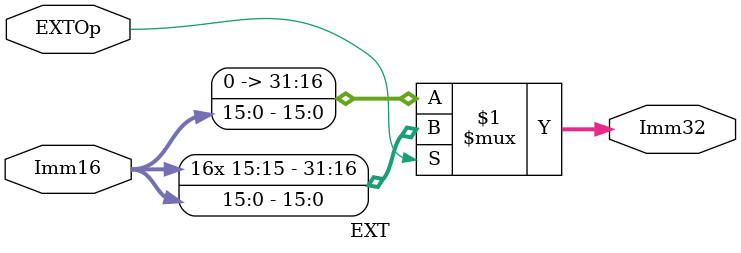
<source format=v>
module EXT(
        Imm16,
        EXTOp,
        Imm32
    );

    input  [15:0] Imm16;
    input         EXTOp;
    output [31:0] Imm32;

    assign Imm32 = (EXTOp) ? {{16{Imm16[15]}}, Imm16} : {16'b0, Imm16}; // signed-extension or zero extension

endmodule

</source>
